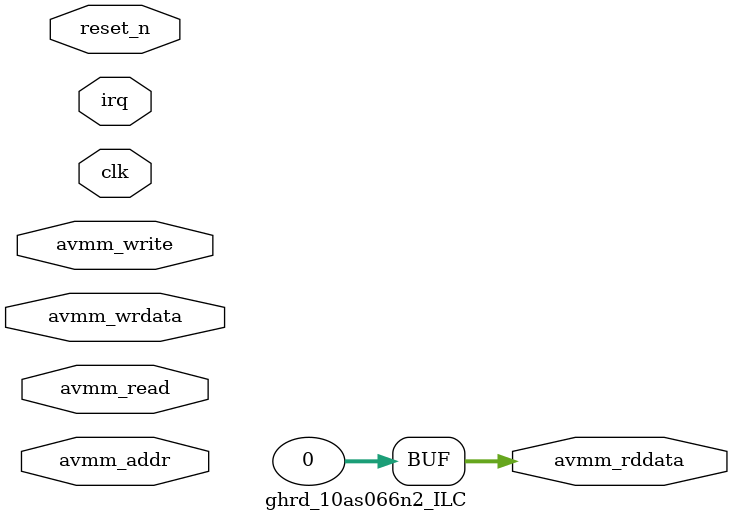
<source format=v>
module ghrd_10as066n2_ILC(	// file.cleaned.mlir:2:3
  input  [5:0]  avmm_addr,	// file.cleaned.mlir:2:36
  input  [31:0] avmm_wrdata,	// file.cleaned.mlir:2:56
  input         avmm_write,	// file.cleaned.mlir:2:79
                avmm_read,	// file.cleaned.mlir:2:100
                clk,	// file.cleaned.mlir:2:120
  input  [1:0]  irq,	// file.cleaned.mlir:2:134
  input         reset_n,	// file.cleaned.mlir:2:148
  output [31:0] avmm_rddata	// file.cleaned.mlir:2:167
);

  assign avmm_rddata = 32'h0;	// file.cleaned.mlir:3:15, :4:5
endmodule


</source>
